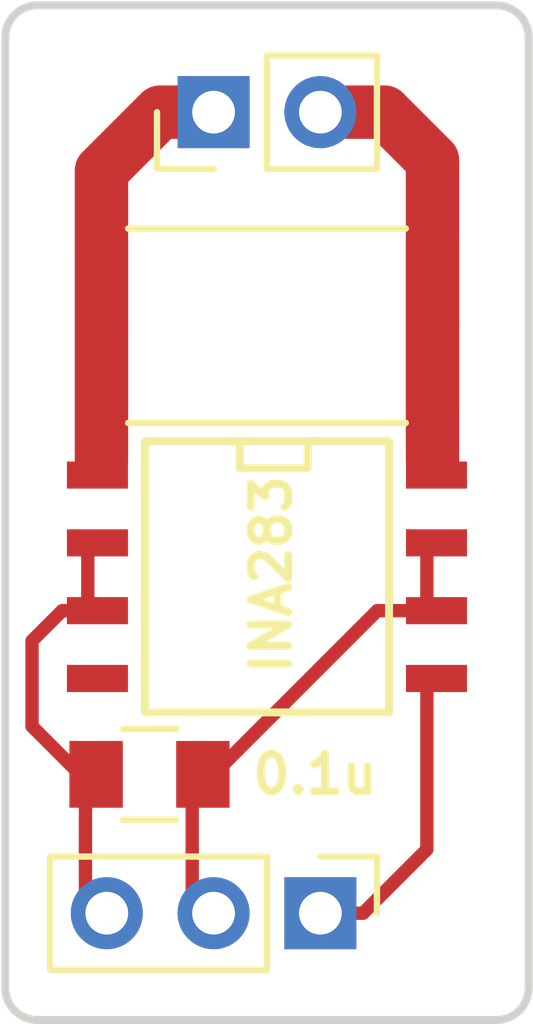
<source format=kicad_pcb>
(kicad_pcb (version 4) (host pcbnew 4.0.7-e2-6376~58~ubuntu16.04.1)

  (general
    (links 11)
    (no_connects 2)
    (area 136.024999 87.924999 145.975001 107.075001)
    (thickness 1.6)
    (drawings 14)
    (tracks 25)
    (zones 0)
    (modules 5)
    (nets 7)
  )

  (page A4)
  (layers
    (0 F.Cu signal)
    (31 B.Cu signal)
    (32 B.Adhes user)
    (33 F.Adhes user)
    (34 B.Paste user)
    (35 F.Paste user)
    (36 B.SilkS user)
    (37 F.SilkS user)
    (38 B.Mask user)
    (39 F.Mask user)
    (40 Dwgs.User user)
    (41 Cmts.User user)
    (42 Eco1.User user)
    (43 Eco2.User user)
    (44 Edge.Cuts user)
    (45 Margin user)
    (46 B.CrtYd user)
    (47 F.CrtYd user)
    (48 B.Fab user)
    (49 F.Fab user)
  )

  (setup
    (last_trace_width 0.25)
    (trace_clearance 0.2)
    (zone_clearance 0.508)
    (zone_45_only no)
    (trace_min 0.2)
    (segment_width 0.2)
    (edge_width 0.15)
    (via_size 0.6)
    (via_drill 0.4)
    (via_min_size 0.4)
    (via_min_drill 0.3)
    (uvia_size 0.3)
    (uvia_drill 0.1)
    (uvias_allowed no)
    (uvia_min_size 0.2)
    (uvia_min_drill 0.1)
    (pcb_text_width 0.3)
    (pcb_text_size 1.5 1.5)
    (mod_edge_width 0.15)
    (mod_text_size 1 1)
    (mod_text_width 0.15)
    (pad_size 1.35 1.35)
    (pad_drill 0.8)
    (pad_to_mask_clearance 0.2)
    (aux_axis_origin 137.8 84.7)
    (visible_elements FFFFFF7F)
    (pcbplotparams
      (layerselection 0x00030_80000001)
      (usegerberextensions false)
      (excludeedgelayer true)
      (linewidth 0.100000)
      (plotframeref false)
      (viasonmask false)
      (mode 1)
      (useauxorigin false)
      (hpglpennumber 1)
      (hpglpenspeed 20)
      (hpglpendiameter 15)
      (hpglpenoverlay 2)
      (psnegative false)
      (psa4output false)
      (plotreference true)
      (plotvalue true)
      (plotinvisibletext false)
      (padsonsilk false)
      (subtractmaskfromsilk false)
      (outputformat 1)
      (mirror false)
      (drillshape 1)
      (scaleselection 1)
      (outputdirectory ""))
  )

  (net 0 "")
  (net 1 GND)
  (net 2 Vcc)
  (net 3 PWR+)
  (net 4 PWR-)
  (net 5 ADC_OUT)
  (net 6 "Net-(U1-Pad4)")

  (net_class Default "This is the default net class."
    (clearance 0.2)
    (trace_width 0.25)
    (via_dia 0.6)
    (via_drill 0.4)
    (uvia_dia 0.3)
    (uvia_drill 0.1)
    (add_net ADC_OUT)
    (add_net GND)
    (add_net "Net-(U1-Pad4)")
    (add_net Vcc)
  )

  (net_class PWR ""
    (clearance 0.5)
    (trace_width 1)
    (via_dia 0.6)
    (via_drill 0.4)
    (uvia_dia 0.3)
    (uvia_drill 0.1)
    (add_net PWR+)
    (add_net PWR-)
  )

  (module SMD_Packages:SOIC-8-N (layer F.Cu) (tedit 5C892C8F) (tstamp 5C891003)
    (at 141 98.7 270)
    (descr "Module Narrow CMS SOJ 8 pins large")
    (tags "CMS SOJ")
    (path /5C8900FA)
    (attr smd)
    (fp_text reference U1 (at 0 -1.27 270) (layer Dwgs.User) hide
      (effects (font (size 1 1) (thickness 0.15)))
    )
    (fp_text value INA283 (at -0.04 -0.08 270) (layer F.SilkS)
      (effects (font (size 0.7 0.7) (thickness 0.15)))
    )
    (fp_line (start -2.54 -2.286) (end 2.54 -2.286) (layer F.SilkS) (width 0.15))
    (fp_line (start 2.54 -2.286) (end 2.54 2.286) (layer F.SilkS) (width 0.15))
    (fp_line (start 2.54 2.286) (end -2.54 2.286) (layer F.SilkS) (width 0.15))
    (fp_line (start -2.54 2.286) (end -2.54 -2.286) (layer F.SilkS) (width 0.15))
    (fp_line (start -2.54 -0.762) (end -2.032 -0.762) (layer F.SilkS) (width 0.15))
    (fp_line (start -2.032 -0.762) (end -2.032 0.508) (layer F.SilkS) (width 0.15))
    (fp_line (start -2.032 0.508) (end -2.54 0.508) (layer F.SilkS) (width 0.15))
    (pad 8 smd rect (at -1.905 -3.175 270) (size 0.508 1.143) (layers F.Cu F.Paste F.Mask)
      (net 4 PWR-))
    (pad 7 smd rect (at -0.635 -3.175 270) (size 0.508 1.143) (layers F.Cu F.Paste F.Mask)
      (net 2 Vcc))
    (pad 6 smd rect (at 0.635 -3.175 270) (size 0.508 1.143) (layers F.Cu F.Paste F.Mask)
      (net 2 Vcc))
    (pad 5 smd rect (at 1.905 -3.175 270) (size 0.508 1.143) (layers F.Cu F.Paste F.Mask)
      (net 5 ADC_OUT))
    (pad 4 smd rect (at 1.905 3.175 270) (size 0.508 1.143) (layers F.Cu F.Paste F.Mask)
      (net 6 "Net-(U1-Pad4)"))
    (pad 3 smd rect (at 0.635 3.175 270) (size 0.508 1.143) (layers F.Cu F.Paste F.Mask)
      (net 1 GND))
    (pad 2 smd rect (at -0.635 3.175 270) (size 0.508 1.143) (layers F.Cu F.Paste F.Mask)
      (net 1 GND))
    (pad 1 smd rect (at -1.905 3.175 270) (size 0.508 1.143) (layers F.Cu F.Paste F.Mask)
      (net 3 PWR+))
    (model SMD_Packages.3dshapes/SOIC-8-N.wrl
      (at (xyz 0 0 0))
      (scale (xyz 0.5 0.38 0.5))
      (rotate (xyz 0 0 0))
    )
  )

  (module Capacitors_SMD:C_0805 (layer F.Cu) (tedit 5C892C85) (tstamp 5C890FDF)
    (at 138.8 102.4)
    (descr "Capacitor SMD 0805, reflow soldering, AVX (see smccp.pdf)")
    (tags "capacitor 0805")
    (path /5C890899)
    (attr smd)
    (fp_text reference C_bypass1 (at -11 -3.5) (layer F.SilkS) hide
      (effects (font (size 1 1) (thickness 0.15)))
    )
    (fp_text value 0.1u (at 3.1 0) (layer F.SilkS)
      (effects (font (size 0.7 0.7) (thickness 0.15)))
    )
    (fp_text user %R (at -11.5 -1.5) (layer F.Fab) hide
      (effects (font (size 1 1) (thickness 0.15)))
    )
    (fp_line (start -1 0.62) (end -1 -0.62) (layer F.Fab) (width 0.1))
    (fp_line (start 1 0.62) (end -1 0.62) (layer F.Fab) (width 0.1))
    (fp_line (start 1 -0.62) (end 1 0.62) (layer F.Fab) (width 0.1))
    (fp_line (start -1 -0.62) (end 1 -0.62) (layer F.Fab) (width 0.1))
    (fp_line (start 0.5 -0.85) (end -0.5 -0.85) (layer F.SilkS) (width 0.12))
    (fp_line (start -0.5 0.85) (end 0.5 0.85) (layer F.SilkS) (width 0.12))
    (fp_line (start -1.75 -0.88) (end 1.75 -0.88) (layer F.CrtYd) (width 0.05))
    (fp_line (start -1.75 -0.88) (end -1.75 0.87) (layer F.CrtYd) (width 0.05))
    (fp_line (start 1.75 0.87) (end 1.75 -0.88) (layer F.CrtYd) (width 0.05))
    (fp_line (start 1.75 0.87) (end -1.75 0.87) (layer F.CrtYd) (width 0.05))
    (pad 1 smd rect (at -1 0) (size 1 1.25) (layers F.Cu F.Paste F.Mask)
      (net 1 GND))
    (pad 2 smd rect (at 1 0) (size 1 1.25) (layers F.Cu F.Paste F.Mask)
      (net 2 Vcc))
    (model Capacitors_SMD.3dshapes/C_0805.wrl
      (at (xyz 0 0 0))
      (scale (xyz 1 1 1))
      (rotate (xyz 0 0 0))
    )
  )

  (module Resistors_SMD:R_2512 (layer F.Cu) (tedit 5C892A7C) (tstamp 5C890FF0)
    (at 141 94 180)
    (descr "Resistor SMD 2512, reflow soldering, Vishay (see dcrcw.pdf)")
    (tags "resistor 2512")
    (path /5C8901B3)
    (attr smd)
    (fp_text reference R_shunt1 (at -9.68 -0.71 180) (layer F.SilkS) hide
      (effects (font (size 1 1) (thickness 0.15)))
    )
    (fp_text value 0.02 (at -5.68 3.79 180) (layer F.Fab) hide
      (effects (font (size 1 1) (thickness 0.15)))
    )
    (fp_text user "" (at 0 0 180) (layer F.Fab)
      (effects (font (size 1 1) (thickness 0.15)))
    )
    (fp_line (start -3.15 1.6) (end -3.15 -1.6) (layer F.Fab) (width 0.1))
    (fp_line (start 3.15 1.6) (end -3.15 1.6) (layer F.Fab) (width 0.1))
    (fp_line (start 3.15 -1.6) (end 3.15 1.6) (layer F.Fab) (width 0.1))
    (fp_line (start -3.15 -1.6) (end 3.15 -1.6) (layer F.Fab) (width 0.1))
    (fp_line (start 2.6 1.82) (end -2.6 1.82) (layer F.SilkS) (width 0.12))
    (fp_line (start -2.6 -1.82) (end 2.6 -1.82) (layer F.SilkS) (width 0.12))
    (fp_line (start -3.85 -1.85) (end 3.85 -1.85) (layer F.CrtYd) (width 0.05))
    (fp_line (start -3.85 -1.85) (end -3.85 1.85) (layer F.CrtYd) (width 0.05))
    (fp_line (start 3.85 1.85) (end 3.85 -1.85) (layer F.CrtYd) (width 0.05))
    (fp_line (start 3.85 1.85) (end -3.85 1.85) (layer F.CrtYd) (width 0.05))
    (pad 1 smd rect (at -3.1 0 180) (size 1 3.2) (layers F.Cu F.Paste F.Mask)
      (net 4 PWR-))
    (pad 2 smd rect (at 3.1 0 180) (size 1 3.2) (layers F.Cu F.Paste F.Mask)
      (net 3 PWR+))
    (model ${KISYS3DMOD}/Resistors_SMD.3dshapes/R_2512.wrl
      (at (xyz 0 0 0))
      (scale (xyz 1 1 1))
      (rotate (xyz 0 0 0))
    )
  )

  (module Pin_Headers:Pin_Header_Straight_1x02_Pitch2.00mm (layer F.Cu) (tedit 5C892CC1) (tstamp 5C8918BA)
    (at 140 90 90)
    (descr "Through hole straight pin header, 1x02, 2.00mm pitch, single row")
    (tags "Through hole pin header THT 1x02 2.00mm single row")
    (path /5C890FE5)
    (fp_text reference J1 (at 0 -2.06 90) (layer Eco2.User) hide
      (effects (font (size 1 1) (thickness 0.15)))
    )
    (fp_text value Conn_01x02 (at 3.5 11.5 90) (layer F.Fab) hide
      (effects (font (size 1 1) (thickness 0.15)))
    )
    (fp_line (start -0.5 -1) (end 1 -1) (layer F.Fab) (width 0.1))
    (fp_line (start 1 -1) (end 1 3) (layer F.Fab) (width 0.1))
    (fp_line (start 1 3) (end -1 3) (layer F.Fab) (width 0.1))
    (fp_line (start -1 3) (end -1 -0.5) (layer F.Fab) (width 0.1))
    (fp_line (start -1 -0.5) (end -0.5 -1) (layer F.Fab) (width 0.1))
    (fp_line (start -1.06 3.06) (end 1.06 3.06) (layer F.SilkS) (width 0.12))
    (fp_line (start -1.06 1) (end -1.06 3.06) (layer F.SilkS) (width 0.12))
    (fp_line (start 1.06 1) (end 1.06 3.06) (layer F.SilkS) (width 0.12))
    (fp_line (start -1.06 1) (end 1.06 1) (layer F.SilkS) (width 0.12))
    (fp_line (start -1.06 0) (end -1.06 -1.06) (layer F.SilkS) (width 0.12))
    (fp_line (start -1.06 -1.06) (end 0 -1.06) (layer F.SilkS) (width 0.12))
    (fp_line (start -1.5 -1.5) (end -1.5 3.5) (layer F.CrtYd) (width 0.05))
    (fp_line (start -1.5 3.5) (end 1.5 3.5) (layer F.CrtYd) (width 0.05))
    (fp_line (start 1.5 3.5) (end 1.5 -1.5) (layer F.CrtYd) (width 0.05))
    (fp_line (start 1.5 -1.5) (end -1.5 -1.5) (layer F.CrtYd) (width 0.05))
    (fp_text user %R (at 0 1 180) (layer F.Fab)
      (effects (font (size 1 1) (thickness 0.15)))
    )
    (pad 1 thru_hole rect (at 0 0 90) (size 1.35 1.35) (drill 0.8) (layers *.Cu *.Mask)
      (net 3 PWR+))
    (pad 2 thru_hole oval (at 0 2 90) (size 1.35 1.35) (drill 0.8) (layers *.Cu *.Mask)
      (net 4 PWR-))
    (model ${KISYS3DMOD}/Pin_Headers.3dshapes/Pin_Header_Straight_1x02_Pitch2.00mm.wrl
      (at (xyz 0 0 0))
      (scale (xyz 1 1 1))
      (rotate (xyz 0 0 0))
    )
  )

  (module Pin_Headers:Pin_Header_Straight_1x03_Pitch2.00mm (layer F.Cu) (tedit 5C892C60) (tstamp 5C8918C1)
    (at 142 105 270)
    (descr "Through hole straight pin header, 1x03, 2.00mm pitch, single row")
    (tags "Through hole pin header THT 1x03 2.00mm single row")
    (path /5C891056)
    (fp_text reference J2 (at 0 -2.06 270) (layer F.SilkS) hide
      (effects (font (size 1 1) (thickness 0.15)))
    )
    (fp_text value Conn_01x03 (at 3 2 360) (layer F.Fab) hide
      (effects (font (size 1 1) (thickness 0.15)))
    )
    (fp_line (start -0.5 -1) (end 1 -1) (layer F.Fab) (width 0.1))
    (fp_line (start 1 -1) (end 1 5) (layer F.Fab) (width 0.1))
    (fp_line (start 1 5) (end -1 5) (layer F.Fab) (width 0.1))
    (fp_line (start -1 5) (end -1 -0.5) (layer F.Fab) (width 0.1))
    (fp_line (start -1 -0.5) (end -0.5 -1) (layer F.Fab) (width 0.1))
    (fp_line (start -1.06 5.06) (end 1.06 5.06) (layer F.SilkS) (width 0.12))
    (fp_line (start -1.06 1) (end -1.06 5.06) (layer F.SilkS) (width 0.12))
    (fp_line (start 1.06 1) (end 1.06 5.06) (layer F.SilkS) (width 0.12))
    (fp_line (start -1.06 1) (end 1.06 1) (layer F.SilkS) (width 0.12))
    (fp_line (start -1.06 0) (end -1.06 -1.06) (layer F.SilkS) (width 0.12))
    (fp_line (start -1.06 -1.06) (end 0 -1.06) (layer F.SilkS) (width 0.12))
    (fp_line (start -1.5 -1.5) (end -1.5 5.5) (layer F.CrtYd) (width 0.05))
    (fp_line (start -1.5 5.5) (end 1.5 5.5) (layer F.CrtYd) (width 0.05))
    (fp_line (start 1.5 5.5) (end 1.5 -1.5) (layer F.CrtYd) (width 0.05))
    (fp_line (start 1.5 -1.5) (end -1.5 -1.5) (layer F.CrtYd) (width 0.05))
    (fp_text user %R (at 0 2 360) (layer F.Fab)
      (effects (font (size 1 1) (thickness 0.15)))
    )
    (pad 1 thru_hole rect (at 0 0 270) (size 1.35 1.35) (drill 0.8) (layers *.Cu *.Mask)
      (net 5 ADC_OUT))
    (pad 2 thru_hole oval (at 0 2 270) (size 1.35 1.35) (drill 0.8) (layers *.Cu *.Mask)
      (net 2 Vcc))
    (pad 3 thru_hole oval (at 0 4 270) (size 1.35 1.35) (drill 0.8) (layers *.Cu *.Mask)
      (net 1 GND))
    (model ${KISYS3DMOD}/Pin_Headers.3dshapes/Pin_Header_Straight_1x03_Pitch2.00mm.wrl
      (at (xyz 0 0 0))
      (scale (xyz 1 1 1))
      (rotate (xyz 0 0 0))
    )
  )

  (gr_arc (start 136.7 106.4) (end 136.7 107) (angle 90) (layer Edge.Cuts) (width 0.15))
  (gr_arc (start 145.3 106.4) (end 145.9 106.4) (angle 90) (layer Edge.Cuts) (width 0.15))
  (gr_arc (start 145.3 88.6) (end 145.3 88) (angle 90) (layer Edge.Cuts) (width 0.15))
  (gr_arc (start 136.7 88.6) (end 136.1 88.6) (angle 90) (layer Edge.Cuts) (width 0.15))
  (gr_line (start 136.1 106.4) (end 136.1 88.6) (angle 90) (layer Edge.Cuts) (width 0.15))
  (gr_line (start 145.3 107) (end 136.7 107) (angle 90) (layer Edge.Cuts) (width 0.15))
  (gr_line (start 145.9 88.6) (end 145.9 106.4) (angle 90) (layer Edge.Cuts) (width 0.15))
  (gr_line (start 136.7 88) (end 145.3 88) (angle 90) (layer Edge.Cuts) (width 0.15))
  (gr_line (start 145.9 107) (end 145.9 92.1) (angle 90) (layer Eco1.User) (width 0.2))
  (gr_line (start 139.8 107) (end 145.9 107) (angle 90) (layer Eco1.User) (width 0.2))
  (gr_line (start 136.1 107) (end 139.8 107) (angle 90) (layer Eco1.User) (width 0.2))
  (gr_line (start 145.9 88) (end 136.1 88) (angle 90) (layer Eco1.User) (width 0.2))
  (gr_line (start 145.9 92.1) (end 145.9 88) (angle 90) (layer Eco1.User) (width 0.2))
  (gr_line (start 136.1 106.9) (end 136.1 88.1) (angle 90) (layer Eco1.User) (width 0.2))

  (segment (start 137.645 98.105) (end 137.645 99.375) (width 0.25) (layer F.Cu) (net 1))
  (segment (start 137.825 99.335) (end 137.165 99.335) (width 0.25) (layer F.Cu) (net 1))
  (segment (start 136.6 101.5) (end 137.7 102.6) (width 0.25) (layer F.Cu) (net 1) (tstamp 5C892AAB))
  (segment (start 136.6 99.9) (end 136.6 101.5) (width 0.25) (layer F.Cu) (net 1) (tstamp 5C892AA5))
  (segment (start 137.165 99.335) (end 136.6 99.9) (width 0.25) (layer F.Cu) (net 1) (tstamp 5C892A9F))
  (segment (start 137.6 102.7) (end 137.6 104.6) (width 0.25) (layer F.Cu) (net 1))
  (segment (start 137.6 104.6) (end 138 105) (width 0.25) (layer F.Cu) (net 1) (tstamp 5C8929C7))
  (segment (start 143.995 98.105) (end 143.995 99.375) (width 0.25) (layer F.Cu) (net 2))
  (segment (start 139.8 102.4) (end 140 102.4) (width 0.25) (layer F.Cu) (net 2))
  (segment (start 140 102.4) (end 143.065 99.335) (width 0.25) (layer F.Cu) (net 2) (tstamp 5C892A92))
  (segment (start 143.065 99.335) (end 144.175 99.335) (width 0.25) (layer F.Cu) (net 2) (tstamp 5C892A99))
  (segment (start 139.6 102.7) (end 139.6 104.6) (width 0.25) (layer F.Cu) (net 2))
  (segment (start 139.6 104.6) (end 140 105) (width 0.25) (layer F.Cu) (net 2) (tstamp 5C8929CA))
  (segment (start 139.6 102.7) (end 139.7 102.7) (width 0.25) (layer F.Cu) (net 2))
  (segment (start 137.9 94) (end 137.9 96.5) (width 1) (layer F.Cu) (net 3) (status 400000))
  (segment (start 140 90) (end 139 90) (width 1) (layer F.Cu) (net 3))
  (segment (start 137.9 91.1) (end 137.9 94) (width 1) (layer F.Cu) (net 3) (tstamp 5C8963CE))
  (segment (start 139 90) (end 137.9 91.1) (width 1) (layer F.Cu) (net 3) (tstamp 5C8963CB))
  (segment (start 144.1 94) (end 144.1 96.5) (width 1) (layer F.Cu) (net 4) (status 400000))
  (segment (start 142 90) (end 143.2 90) (width 1) (layer F.Cu) (net 4))
  (segment (start 144.1 90.9) (end 144.1 94) (width 1) (layer F.Cu) (net 4) (tstamp 5C8963D9))
  (segment (start 143.2 90) (end 144.1 90.9) (width 1) (layer F.Cu) (net 4) (tstamp 5C8963D1))
  (segment (start 142 105) (end 142.8 105) (width 0.25) (layer F.Cu) (net 5))
  (segment (start 143.995 103.805) (end 143.995 100.645) (width 0.25) (layer F.Cu) (net 5) (tstamp 5C8929D1))
  (segment (start 142.8 105) (end 143.995 103.805) (width 0.25) (layer F.Cu) (net 5) (tstamp 5C8929CD))

)

</source>
